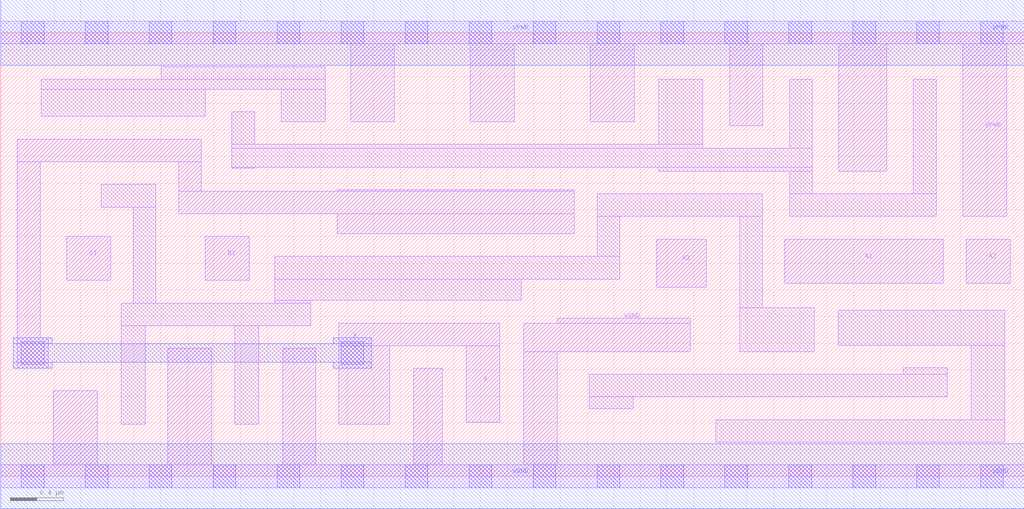
<source format=lef>
# Copyright 2020 The SkyWater PDK Authors
#
# Licensed under the Apache License, Version 2.0 (the "License");
# you may not use this file except in compliance with the License.
# You may obtain a copy of the License at
#
#     https://www.apache.org/licenses/LICENSE-2.0
#
# Unless required by applicable law or agreed to in writing, software
# distributed under the License is distributed on an "AS IS" BASIS,
# WITHOUT WARRANTIES OR CONDITIONS OF ANY KIND, either express or implied.
# See the License for the specific language governing permissions and
# limitations under the License.
#
# SPDX-License-Identifier: Apache-2.0

VERSION 5.7 ;
  NAMESCASESENSITIVE ON ;
  NOWIREEXTENSIONATPIN ON ;
  DIVIDERCHAR "/" ;
  BUSBITCHARS "[]" ;
UNITS
  DATABASE MICRONS 200 ;
END UNITS
MACRO sky130_fd_sc_hs__a311o_4
  CLASS CORE ;
  SOURCE USER ;
  FOREIGN sky130_fd_sc_hs__a311o_4 ;
  ORIGIN  0.000000  0.000000 ;
  SIZE  7.680000 BY  3.330000 ;
  SYMMETRY X Y ;
  SITE unit ;
  PIN A1
    ANTENNAGATEAREA  0.492000 ;
    DIRECTION INPUT ;
    USE SIGNAL ;
    PORT
      LAYER li1 ;
        RECT 5.885000 1.450000 7.075000 1.780000 ;
    END
  END A1
  PIN A2
    ANTENNAGATEAREA  0.492000 ;
    DIRECTION INPUT ;
    USE SIGNAL ;
    PORT
      LAYER li1 ;
        RECT 7.245000 1.450000 7.575000 1.780000 ;
    END
  END A2
  PIN A3
    ANTENNAGATEAREA  0.492000 ;
    DIRECTION INPUT ;
    USE SIGNAL ;
    PORT
      LAYER li1 ;
        RECT 4.925000 1.420000 5.295000 1.780000 ;
    END
  END A3
  PIN B1
    ANTENNAGATEAREA  0.492000 ;
    DIRECTION INPUT ;
    USE SIGNAL ;
    PORT
      LAYER li1 ;
        RECT 1.535000 1.470000 1.865000 1.800000 ;
    END
  END B1
  PIN C1
    ANTENNAGATEAREA  0.492000 ;
    DIRECTION INPUT ;
    USE SIGNAL ;
    PORT
      LAYER li1 ;
        RECT 0.495000 1.470000 0.825000 1.800000 ;
    END
  END C1
  PIN X
    ANTENNADIFFAREA  1.086400 ;
    DIRECTION OUTPUT ;
    USE SIGNAL ;
    PORT
      LAYER li1 ;
        RECT 0.125000 0.810000 0.355000 1.040000 ;
        RECT 0.125000 1.040000 0.295000 2.360000 ;
        RECT 0.125000 2.360000 1.505000 2.530000 ;
        RECT 1.335000 1.970000 4.305000 2.140000 ;
        RECT 1.335000 2.140000 1.505000 2.360000 ;
        RECT 2.525000 1.820000 4.305000 1.970000 ;
        RECT 2.525000 2.140000 4.305000 2.150000 ;
        RECT 2.535000 0.390000 2.920000 0.980000 ;
        RECT 2.535000 0.980000 3.745000 1.150000 ;
        RECT 3.495000 0.405000 3.745000 0.980000 ;
      LAYER mcon ;
        RECT 0.155000 0.840000 0.325000 1.010000 ;
        RECT 2.555000 0.840000 2.725000 1.010000 ;
      LAYER met1 ;
        RECT 0.095000 0.810000 0.385000 0.855000 ;
        RECT 0.095000 0.855000 2.785000 0.995000 ;
        RECT 0.095000 0.995000 0.385000 1.040000 ;
        RECT 2.495000 0.810000 2.785000 0.855000 ;
        RECT 2.495000 0.995000 2.785000 1.040000 ;
    END
  END X
  PIN VGND
    DIRECTION INOUT ;
    USE GROUND ;
    PORT
      LAYER li1 ;
        RECT 0.000000 -0.085000 7.680000 0.085000 ;
        RECT 0.395000  0.085000 0.725000 0.640000 ;
        RECT 1.255000  0.085000 1.585000 0.960000 ;
        RECT 2.115000  0.085000 2.365000 0.960000 ;
        RECT 3.100000  0.085000 3.315000 0.810000 ;
        RECT 3.925000  0.085000 4.175000 0.935000 ;
        RECT 3.925000  0.935000 5.175000 1.150000 ;
        RECT 4.175000  1.150000 5.175000 1.185000 ;
      LAYER mcon ;
        RECT 0.155000 -0.085000 0.325000 0.085000 ;
        RECT 0.635000 -0.085000 0.805000 0.085000 ;
        RECT 1.115000 -0.085000 1.285000 0.085000 ;
        RECT 1.595000 -0.085000 1.765000 0.085000 ;
        RECT 2.075000 -0.085000 2.245000 0.085000 ;
        RECT 2.555000 -0.085000 2.725000 0.085000 ;
        RECT 3.035000 -0.085000 3.205000 0.085000 ;
        RECT 3.515000 -0.085000 3.685000 0.085000 ;
        RECT 3.995000 -0.085000 4.165000 0.085000 ;
        RECT 4.475000 -0.085000 4.645000 0.085000 ;
        RECT 4.955000 -0.085000 5.125000 0.085000 ;
        RECT 5.435000 -0.085000 5.605000 0.085000 ;
        RECT 5.915000 -0.085000 6.085000 0.085000 ;
        RECT 6.395000 -0.085000 6.565000 0.085000 ;
        RECT 6.875000 -0.085000 7.045000 0.085000 ;
        RECT 7.355000 -0.085000 7.525000 0.085000 ;
      LAYER met1 ;
        RECT 0.000000 -0.245000 7.680000 0.245000 ;
    END
  END VGND
  PIN VPWR
    DIRECTION INOUT ;
    USE POWER ;
    PORT
      LAYER li1 ;
        RECT 0.000000 3.245000 7.680000 3.415000 ;
        RECT 2.625000 2.660000 2.955000 3.245000 ;
        RECT 3.525000 2.660000 3.855000 3.245000 ;
        RECT 4.425000 2.660000 4.755000 3.245000 ;
        RECT 5.470000 2.630000 5.720000 3.245000 ;
        RECT 6.290000 2.290000 6.650000 3.245000 ;
        RECT 7.220000 1.950000 7.550000 3.245000 ;
      LAYER mcon ;
        RECT 0.155000 3.245000 0.325000 3.415000 ;
        RECT 0.635000 3.245000 0.805000 3.415000 ;
        RECT 1.115000 3.245000 1.285000 3.415000 ;
        RECT 1.595000 3.245000 1.765000 3.415000 ;
        RECT 2.075000 3.245000 2.245000 3.415000 ;
        RECT 2.555000 3.245000 2.725000 3.415000 ;
        RECT 3.035000 3.245000 3.205000 3.415000 ;
        RECT 3.515000 3.245000 3.685000 3.415000 ;
        RECT 3.995000 3.245000 4.165000 3.415000 ;
        RECT 4.475000 3.245000 4.645000 3.415000 ;
        RECT 4.955000 3.245000 5.125000 3.415000 ;
        RECT 5.435000 3.245000 5.605000 3.415000 ;
        RECT 5.915000 3.245000 6.085000 3.415000 ;
        RECT 6.395000 3.245000 6.565000 3.415000 ;
        RECT 6.875000 3.245000 7.045000 3.415000 ;
        RECT 7.355000 3.245000 7.525000 3.415000 ;
      LAYER met1 ;
        RECT 0.000000 3.085000 7.680000 3.575000 ;
    END
  END VPWR
  OBS
    LAYER li1 ;
      RECT 0.305000 2.700000 1.535000 2.905000 ;
      RECT 0.305000 2.905000 2.435000 2.980000 ;
      RECT 0.755000 2.020000 1.165000 2.190000 ;
      RECT 0.905000 0.390000 1.085000 1.130000 ;
      RECT 0.905000 1.130000 2.325000 1.300000 ;
      RECT 0.995000 1.300000 1.165000 2.020000 ;
      RECT 1.205000 2.980000 2.435000 3.075000 ;
      RECT 1.735000 2.310000 1.905000 2.320000 ;
      RECT 1.735000 2.320000 6.090000 2.460000 ;
      RECT 1.735000 2.460000 5.270000 2.490000 ;
      RECT 1.735000 2.490000 1.905000 2.735000 ;
      RECT 1.755000 0.390000 1.935000 1.130000 ;
      RECT 2.055000 1.300000 2.325000 1.320000 ;
      RECT 2.055000 1.320000 3.905000 1.480000 ;
      RECT 2.055000 1.480000 4.645000 1.650000 ;
      RECT 2.105000 2.660000 2.435000 2.905000 ;
      RECT 4.415000 0.505000 4.745000 0.595000 ;
      RECT 4.415000 0.595000 7.105000 0.765000 ;
      RECT 4.475000 1.650000 4.645000 1.950000 ;
      RECT 4.475000 1.950000 5.715000 2.120000 ;
      RECT 4.940000 2.290000 6.090000 2.320000 ;
      RECT 4.940000 2.490000 5.270000 2.980000 ;
      RECT 5.365000 0.255000 7.535000 0.425000 ;
      RECT 5.545000 0.935000 6.105000 1.265000 ;
      RECT 5.545000 1.265000 5.715000 1.950000 ;
      RECT 5.920000 1.950000 7.020000 2.120000 ;
      RECT 5.920000 2.120000 6.090000 2.290000 ;
      RECT 5.920000 2.460000 6.090000 2.980000 ;
      RECT 6.285000 0.985000 7.535000 1.245000 ;
      RECT 6.775000 0.765000 7.105000 0.815000 ;
      RECT 6.850000 2.120000 7.020000 2.980000 ;
      RECT 7.285000 0.425000 7.535000 0.985000 ;
  END
END sky130_fd_sc_hs__a311o_4

</source>
